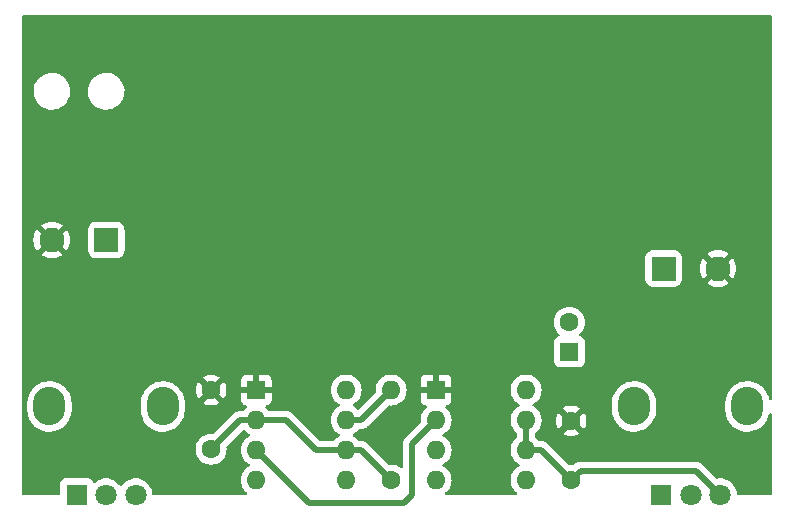
<source format=gbr>
%TF.GenerationSoftware,KiCad,Pcbnew,7.0.11+1*%
%TF.CreationDate,2024-03-28T05:47:42+08:00*%
%TF.ProjectId,ohmify-synthcard,6f686d69-6679-42d7-9379-6e7468636172,v1.1*%
%TF.SameCoordinates,Original*%
%TF.FileFunction,Copper,L2,Bot*%
%TF.FilePolarity,Positive*%
%FSLAX46Y46*%
G04 Gerber Fmt 4.6, Leading zero omitted, Abs format (unit mm)*
G04 Created by KiCad (PCBNEW 7.0.11+1) date 2024-03-28 05:47:42*
%MOMM*%
%LPD*%
G01*
G04 APERTURE LIST*
G04 Aperture macros list*
%AMRoundRect*
0 Rectangle with rounded corners*
0 $1 Rounding radius*
0 $2 $3 $4 $5 $6 $7 $8 $9 X,Y pos of 4 corners*
0 Add a 4 corners polygon primitive as box body*
4,1,4,$2,$3,$4,$5,$6,$7,$8,$9,$2,$3,0*
0 Add four circle primitives for the rounded corners*
1,1,$1+$1,$2,$3*
1,1,$1+$1,$4,$5*
1,1,$1+$1,$6,$7*
1,1,$1+$1,$8,$9*
0 Add four rect primitives between the rounded corners*
20,1,$1+$1,$2,$3,$4,$5,0*
20,1,$1+$1,$4,$5,$6,$7,0*
20,1,$1+$1,$6,$7,$8,$9,0*
20,1,$1+$1,$8,$9,$2,$3,0*%
G04 Aperture macros list end*
%TA.AperFunction,ComponentPad*%
%ADD10C,1.600000*%
%TD*%
%TA.AperFunction,ComponentPad*%
%ADD11O,1.600000X1.600000*%
%TD*%
%TA.AperFunction,ComponentPad*%
%ADD12R,1.600000X1.600000*%
%TD*%
%TA.AperFunction,ComponentPad*%
%ADD13O,2.720000X3.240000*%
%TD*%
%TA.AperFunction,ComponentPad*%
%ADD14R,1.800000X1.800000*%
%TD*%
%TA.AperFunction,ComponentPad*%
%ADD15C,1.800000*%
%TD*%
%TA.AperFunction,ComponentPad*%
%ADD16RoundRect,0.250001X-0.799999X-0.799999X0.799999X-0.799999X0.799999X0.799999X-0.799999X0.799999X0*%
%TD*%
%TA.AperFunction,ComponentPad*%
%ADD17C,2.100000*%
%TD*%
%TA.AperFunction,ComponentPad*%
%ADD18RoundRect,0.250001X0.799999X0.799999X-0.799999X0.799999X-0.799999X-0.799999X0.799999X-0.799999X0*%
%TD*%
%TA.AperFunction,Conductor*%
%ADD19C,0.500000*%
%TD*%
G04 APERTURE END LIST*
D10*
%TO.P,R1,1*%
%TO.N,Net-(U1-THR)*%
X135400000Y-120650000D03*
D11*
%TO.P,R1,2*%
%TO.N,Net-(U1-DIS)*%
X135400000Y-113030000D03*
%TD*%
D10*
%TO.P,C2,1*%
%TO.N,Net-(U2-DIS)*%
X150640000Y-120650000D03*
%TO.P,C2,2*%
%TO.N,GND*%
X150640000Y-115650000D03*
%TD*%
D12*
%TO.P,C3,1*%
%TO.N,Net-(U2-Q)*%
X150495000Y-109790113D03*
D10*
%TO.P,C3,2*%
%TO.N,Net-(C3-Pad2)*%
X150495000Y-107290113D03*
%TD*%
%TO.P,C1,1*%
%TO.N,Net-(U1-THR)*%
X120160000Y-118030000D03*
%TO.P,C1,2*%
%TO.N,GND*%
X120160000Y-113030000D03*
%TD*%
D13*
%TO.P,RV1,*%
%TO.N,*%
X106480000Y-114420000D03*
X116080000Y-114420000D03*
D14*
%TO.P,RV1,1,1*%
%TO.N,+9V*%
X108780000Y-121920000D03*
D15*
%TO.P,RV1,2,2*%
X111280000Y-121920000D03*
%TO.P,RV1,3,3*%
%TO.N,Net-(U1-DIS)*%
X113780000Y-121920000D03*
%TD*%
D12*
%TO.P,U1,1,GND*%
%TO.N,GND*%
X123980000Y-113030000D03*
D11*
%TO.P,U1,2,TR*%
%TO.N,Net-(U1-THR)*%
X123980000Y-115570000D03*
%TO.P,U1,3,Q*%
%TO.N,Net-(U1-Q)*%
X123980000Y-118110000D03*
%TO.P,U1,4,R*%
%TO.N,+9V*%
X123980000Y-120650000D03*
%TO.P,U1,5,CV*%
%TO.N,unconnected-(U1-CV-Pad5)*%
X131600000Y-120650000D03*
%TO.P,U1,6,THR*%
%TO.N,Net-(U1-THR)*%
X131600000Y-118110000D03*
%TO.P,U1,7,DIS*%
%TO.N,Net-(U1-DIS)*%
X131600000Y-115570000D03*
%TO.P,U1,8,VCC*%
%TO.N,+9V*%
X131600000Y-113030000D03*
%TD*%
D16*
%TO.P,LS1,1,1*%
%TO.N,Net-(C3-Pad2)*%
X158482000Y-102743000D03*
D17*
%TO.P,LS1,2,2*%
%TO.N,GND*%
X163082000Y-102743000D03*
%TD*%
D18*
%TO.P,BT1,1,+*%
%TO.N,+9V*%
X111280000Y-100330000D03*
D17*
%TO.P,BT1,2,-*%
%TO.N,GND*%
X106680000Y-100330000D03*
%TD*%
D11*
%TO.P,U2,8,VCC*%
%TO.N,+9V*%
X146830000Y-113030000D03*
%TO.P,U2,7,DIS*%
%TO.N,Net-(U2-DIS)*%
X146830000Y-115570000D03*
%TO.P,U2,6,THR*%
X146830000Y-118110000D03*
%TO.P,U2,5,CV*%
%TO.N,unconnected-(U2-CV-Pad5)*%
X146830000Y-120650000D03*
%TO.P,U2,4,R*%
%TO.N,+9V*%
X139210000Y-120650000D03*
%TO.P,U2,3,Q*%
%TO.N,Net-(U2-Q)*%
X139210000Y-118110000D03*
%TO.P,U2,2,TR*%
%TO.N,Net-(U1-Q)*%
X139210000Y-115570000D03*
D12*
%TO.P,U2,1,GND*%
%TO.N,GND*%
X139210000Y-113030000D03*
%TD*%
D13*
%TO.P,RV2,*%
%TO.N,*%
X155970000Y-114420000D03*
X165570000Y-114420000D03*
D14*
%TO.P,RV2,1,1*%
%TO.N,+9V*%
X158270000Y-121920000D03*
D15*
%TO.P,RV2,2,2*%
X160770000Y-121920000D03*
%TO.P,RV2,3,3*%
%TO.N,Net-(U2-DIS)*%
X163270000Y-121920000D03*
%TD*%
D19*
%TO.N,Net-(U2-DIS)*%
X146830000Y-118110000D02*
X148100000Y-118110000D01*
X150640000Y-120650000D02*
X151439999Y-119850001D01*
X161200001Y-119850001D02*
X163270000Y-121920000D01*
X151439999Y-119850001D02*
X161200001Y-119850001D01*
X148100000Y-118110000D02*
X150640000Y-120650000D01*
X146830000Y-115570000D02*
X146830000Y-118110000D01*
%TO.N,Net-(U1-THR)*%
X129032000Y-118110000D02*
X131600000Y-118110000D01*
X122620000Y-115570000D02*
X120160000Y-118030000D01*
X123980000Y-115570000D02*
X126492000Y-115570000D01*
X131600000Y-118110000D02*
X132860000Y-118110000D01*
X132860000Y-118110000D02*
X135400000Y-120650000D01*
X123980000Y-115570000D02*
X122620000Y-115570000D01*
X126492000Y-115570000D02*
X129032000Y-118110000D01*
%TO.N,Net-(U1-DIS)*%
X132860000Y-115570000D02*
X135400000Y-113030000D01*
X131600000Y-115570000D02*
X132860000Y-115570000D01*
%TO.N,Net-(U1-Q)*%
X128425000Y-122555000D02*
X123980000Y-118110000D01*
X137160000Y-117620000D02*
X137160000Y-121920000D01*
X136525000Y-122555000D02*
X128425000Y-122555000D01*
X139210000Y-115570000D02*
X137160000Y-117620000D01*
X137160000Y-121920000D02*
X136525000Y-122555000D01*
%TD*%
%TA.AperFunction,Conductor*%
%TO.N,GND*%
G36*
X167583039Y-81299685D02*
G01*
X167628794Y-81352489D01*
X167640000Y-81404000D01*
X167640000Y-113732016D01*
X167620315Y-113799055D01*
X167567511Y-113844810D01*
X167498353Y-113854754D01*
X167434797Y-113825729D01*
X167397023Y-113766951D01*
X167394967Y-113758977D01*
X167364065Y-113620253D01*
X167364063Y-113620249D01*
X167364063Y-113620247D01*
X167266355Y-113364781D01*
X167132493Y-113126264D01*
X167058160Y-113030000D01*
X166965330Y-112909781D01*
X166965321Y-112909771D01*
X166768429Y-112719944D01*
X166768427Y-112719942D01*
X166707633Y-112676447D01*
X166545981Y-112560795D01*
X166538200Y-112556794D01*
X166302749Y-112435739D01*
X166302727Y-112435730D01*
X166043883Y-112347424D01*
X166043870Y-112347421D01*
X166043865Y-112347420D01*
X165774903Y-112297740D01*
X165501577Y-112287751D01*
X165229703Y-112317666D01*
X164965084Y-112386846D01*
X164713364Y-112493814D01*
X164479892Y-112636300D01*
X164479882Y-112636307D01*
X164269654Y-112811260D01*
X164269648Y-112811266D01*
X164087133Y-113014966D01*
X163936217Y-113243077D01*
X163820121Y-113490732D01*
X163820119Y-113490739D01*
X163741326Y-113752633D01*
X163741323Y-113752647D01*
X163723420Y-113874300D01*
X163701500Y-114023243D01*
X163701500Y-114023247D01*
X163701500Y-114748306D01*
X163716467Y-114952782D01*
X163716469Y-114952795D01*
X163775934Y-115219746D01*
X163775937Y-115219753D01*
X163849448Y-115411955D01*
X163873646Y-115475221D01*
X164007506Y-115713734D01*
X164007509Y-115713739D01*
X164174669Y-115930218D01*
X164174678Y-115930228D01*
X164283521Y-116035165D01*
X164371574Y-116120059D01*
X164594019Y-116279205D01*
X164659902Y-116313078D01*
X164837250Y-116404260D01*
X164837261Y-116404264D01*
X164837266Y-116404267D01*
X164837272Y-116404269D01*
X165096116Y-116492575D01*
X165096122Y-116492576D01*
X165096130Y-116492579D01*
X165365093Y-116542259D01*
X165529091Y-116548252D01*
X165638422Y-116552248D01*
X165638422Y-116552247D01*
X165638424Y-116552248D01*
X165910296Y-116522334D01*
X166174916Y-116453153D01*
X166289971Y-116404260D01*
X166426635Y-116346185D01*
X166426638Y-116346183D01*
X166426643Y-116346181D01*
X166660112Y-116203697D01*
X166870347Y-116028738D01*
X167052867Y-115825033D01*
X167203783Y-115596923D01*
X167319877Y-115349271D01*
X167327974Y-115322359D01*
X167397258Y-115092070D01*
X167435421Y-115033544D01*
X167499169Y-115004942D01*
X167568259Y-115015344D01*
X167620758Y-115061449D01*
X167640000Y-115127794D01*
X167640000Y-121796000D01*
X167620315Y-121863039D01*
X167567511Y-121908794D01*
X167516000Y-121920000D01*
X164797477Y-121920000D01*
X164730438Y-121900315D01*
X164684683Y-121847511D01*
X164673901Y-121806240D01*
X164666323Y-121714797D01*
X164664051Y-121687374D01*
X164606749Y-121461093D01*
X164512984Y-121247331D01*
X164432706Y-121124456D01*
X164385313Y-121051915D01*
X164227223Y-120880185D01*
X164227222Y-120880184D01*
X164227220Y-120880182D01*
X164043017Y-120736810D01*
X164043015Y-120736809D01*
X164043014Y-120736808D01*
X164043011Y-120736806D01*
X163837733Y-120625716D01*
X163837730Y-120625715D01*
X163837727Y-120625713D01*
X163837721Y-120625711D01*
X163837719Y-120625710D01*
X163616954Y-120549920D01*
X163425730Y-120518011D01*
X163386712Y-120511500D01*
X163153288Y-120511500D01*
X163153287Y-120511500D01*
X163028469Y-120532327D01*
X162959104Y-120523945D01*
X162920380Y-120497699D01*
X161781805Y-119359124D01*
X161770023Y-119345491D01*
X161755473Y-119325947D01*
X161755472Y-119325946D01*
X161755470Y-119325943D01*
X161750155Y-119321483D01*
X161717060Y-119293712D01*
X161709086Y-119286405D01*
X161705103Y-119282422D01*
X161705097Y-119282417D01*
X161680513Y-119262977D01*
X161677720Y-119260702D01*
X161619643Y-119211971D01*
X161619641Y-119211969D01*
X161619636Y-119211966D01*
X161613606Y-119208000D01*
X161613631Y-119207960D01*
X161607070Y-119203780D01*
X161607046Y-119203821D01*
X161600908Y-119200035D01*
X161600907Y-119200034D01*
X161600904Y-119200033D01*
X161600900Y-119200030D01*
X161532161Y-119167975D01*
X161528917Y-119166405D01*
X161461186Y-119132390D01*
X161454402Y-119129921D01*
X161454417Y-119129877D01*
X161447072Y-119127323D01*
X161447058Y-119127368D01*
X161440206Y-119125097D01*
X161365927Y-119109759D01*
X161362409Y-119108979D01*
X161288654Y-119091500D01*
X161281483Y-119090662D01*
X161281488Y-119090613D01*
X161273758Y-119089823D01*
X161273754Y-119089871D01*
X161266563Y-119089241D01*
X161190708Y-119091449D01*
X161187102Y-119091501D01*
X151504293Y-119091501D01*
X151486323Y-119090192D01*
X151462205Y-119086659D01*
X151415410Y-119090754D01*
X151412271Y-119091029D01*
X151401465Y-119091501D01*
X151395815Y-119091501D01*
X151364677Y-119095140D01*
X151361094Y-119095506D01*
X151285575Y-119102113D01*
X151278502Y-119103574D01*
X151278492Y-119103527D01*
X151270904Y-119105210D01*
X151270915Y-119105256D01*
X151263889Y-119106921D01*
X151192660Y-119132845D01*
X151189259Y-119134027D01*
X151117259Y-119157887D01*
X151110712Y-119160940D01*
X151110692Y-119160897D01*
X151103700Y-119164281D01*
X151103722Y-119164324D01*
X151097272Y-119167563D01*
X151097267Y-119167565D01*
X151097267Y-119167566D01*
X151035850Y-119207960D01*
X151033907Y-119209238D01*
X151030867Y-119211174D01*
X150966350Y-119250969D01*
X150960685Y-119255449D01*
X150960655Y-119255411D01*
X150954626Y-119260323D01*
X150954656Y-119260358D01*
X150949125Y-119264998D01*
X150904433Y-119312368D01*
X150844109Y-119347621D01*
X150803434Y-119350800D01*
X150640002Y-119336502D01*
X150639997Y-119336502D01*
X150476156Y-119350835D01*
X150407657Y-119337068D01*
X150377669Y-119314988D01*
X148681804Y-117619123D01*
X148670022Y-117605490D01*
X148655472Y-117585946D01*
X148655471Y-117585945D01*
X148655469Y-117585942D01*
X148649290Y-117580757D01*
X148617059Y-117553711D01*
X148609085Y-117546404D01*
X148605102Y-117542421D01*
X148605096Y-117542416D01*
X148580512Y-117522976D01*
X148577719Y-117520701D01*
X148519642Y-117471970D01*
X148519640Y-117471968D01*
X148519635Y-117471965D01*
X148513605Y-117467999D01*
X148513630Y-117467959D01*
X148507069Y-117463779D01*
X148507045Y-117463820D01*
X148500907Y-117460034D01*
X148500906Y-117460033D01*
X148500903Y-117460032D01*
X148500899Y-117460029D01*
X148432160Y-117427974D01*
X148428916Y-117426404D01*
X148361185Y-117392389D01*
X148354401Y-117389920D01*
X148354416Y-117389876D01*
X148347071Y-117387322D01*
X148347057Y-117387367D01*
X148340205Y-117385096D01*
X148265926Y-117369758D01*
X148262408Y-117368978D01*
X148188653Y-117351499D01*
X148181482Y-117350661D01*
X148181487Y-117350612D01*
X148173757Y-117349822D01*
X148173753Y-117349870D01*
X148166562Y-117349240D01*
X148090707Y-117351448D01*
X148087101Y-117351500D01*
X147960826Y-117351500D01*
X147893787Y-117331815D01*
X147859252Y-117298625D01*
X147836198Y-117265700D01*
X147674300Y-117103802D01*
X147641374Y-117080747D01*
X147597751Y-117026171D01*
X147588500Y-116979174D01*
X147588500Y-116700825D01*
X147608185Y-116633786D01*
X147641375Y-116599251D01*
X147674300Y-116576198D01*
X147836198Y-116414300D01*
X147967523Y-116226749D01*
X148064284Y-116019243D01*
X148123543Y-115798087D01*
X148136499Y-115650002D01*
X149335034Y-115650002D01*
X149354858Y-115876599D01*
X149354860Y-115876610D01*
X149413730Y-116096317D01*
X149413735Y-116096331D01*
X149509863Y-116302478D01*
X149560974Y-116375472D01*
X150242046Y-115694400D01*
X150254835Y-115775148D01*
X150312359Y-115888045D01*
X150401955Y-115977641D01*
X150514852Y-116035165D01*
X150595599Y-116047953D01*
X149914526Y-116729025D01*
X149987513Y-116780132D01*
X149987521Y-116780136D01*
X150193668Y-116876264D01*
X150193682Y-116876269D01*
X150413389Y-116935139D01*
X150413400Y-116935141D01*
X150639998Y-116954966D01*
X150640002Y-116954966D01*
X150866599Y-116935141D01*
X150866610Y-116935139D01*
X151086317Y-116876269D01*
X151086331Y-116876264D01*
X151292478Y-116780136D01*
X151365471Y-116729024D01*
X150684400Y-116047953D01*
X150765148Y-116035165D01*
X150878045Y-115977641D01*
X150967641Y-115888045D01*
X151025165Y-115775148D01*
X151037953Y-115694400D01*
X151719024Y-116375471D01*
X151770136Y-116302478D01*
X151866264Y-116096331D01*
X151866269Y-116096317D01*
X151925139Y-115876610D01*
X151925141Y-115876599D01*
X151944966Y-115650002D01*
X151944966Y-115649997D01*
X151925141Y-115423400D01*
X151925139Y-115423389D01*
X151866269Y-115203682D01*
X151866264Y-115203668D01*
X151770136Y-114997521D01*
X151770132Y-114997513D01*
X151719025Y-114924526D01*
X151037953Y-115605598D01*
X151025165Y-115524852D01*
X150967641Y-115411955D01*
X150878045Y-115322359D01*
X150765148Y-115264835D01*
X150684401Y-115252046D01*
X151188140Y-114748306D01*
X154101500Y-114748306D01*
X154116467Y-114952782D01*
X154116469Y-114952795D01*
X154175934Y-115219746D01*
X154175937Y-115219753D01*
X154249448Y-115411955D01*
X154273646Y-115475221D01*
X154407506Y-115713734D01*
X154407509Y-115713739D01*
X154574669Y-115930218D01*
X154574678Y-115930228D01*
X154683521Y-116035165D01*
X154771574Y-116120059D01*
X154994019Y-116279205D01*
X155059902Y-116313078D01*
X155237250Y-116404260D01*
X155237261Y-116404264D01*
X155237266Y-116404267D01*
X155237272Y-116404269D01*
X155496116Y-116492575D01*
X155496122Y-116492576D01*
X155496130Y-116492579D01*
X155765093Y-116542259D01*
X155929091Y-116548252D01*
X156038422Y-116552248D01*
X156038422Y-116552247D01*
X156038424Y-116552248D01*
X156310296Y-116522334D01*
X156574916Y-116453153D01*
X156689971Y-116404260D01*
X156826635Y-116346185D01*
X156826638Y-116346183D01*
X156826643Y-116346181D01*
X157060112Y-116203697D01*
X157270347Y-116028738D01*
X157452867Y-115825033D01*
X157603783Y-115596923D01*
X157719877Y-115349271D01*
X157788629Y-115120750D01*
X157798673Y-115087366D01*
X157798673Y-115087362D01*
X157798676Y-115087355D01*
X157838500Y-114816757D01*
X157838500Y-114091712D01*
X157823533Y-113887217D01*
X157796743Y-113766951D01*
X157764065Y-113620253D01*
X157764063Y-113620249D01*
X157764063Y-113620247D01*
X157666355Y-113364781D01*
X157532493Y-113126264D01*
X157458160Y-113030000D01*
X157365330Y-112909781D01*
X157365321Y-112909771D01*
X157168429Y-112719944D01*
X157168427Y-112719942D01*
X157107633Y-112676447D01*
X156945981Y-112560795D01*
X156938200Y-112556794D01*
X156702749Y-112435739D01*
X156702727Y-112435730D01*
X156443883Y-112347424D01*
X156443870Y-112347421D01*
X156443865Y-112347420D01*
X156174903Y-112297740D01*
X155901577Y-112287751D01*
X155629703Y-112317666D01*
X155365084Y-112386846D01*
X155113364Y-112493814D01*
X154879892Y-112636300D01*
X154879882Y-112636307D01*
X154669654Y-112811260D01*
X154669648Y-112811266D01*
X154487133Y-113014966D01*
X154336217Y-113243077D01*
X154220121Y-113490732D01*
X154220119Y-113490739D01*
X154141326Y-113752633D01*
X154141323Y-113752647D01*
X154123420Y-113874300D01*
X154101500Y-114023243D01*
X154101500Y-114023247D01*
X154101500Y-114748306D01*
X151188140Y-114748306D01*
X151365472Y-114570974D01*
X151292478Y-114519863D01*
X151086331Y-114423735D01*
X151086317Y-114423730D01*
X150866610Y-114364860D01*
X150866599Y-114364858D01*
X150640002Y-114345034D01*
X150639998Y-114345034D01*
X150413400Y-114364858D01*
X150413389Y-114364860D01*
X150193682Y-114423730D01*
X150193673Y-114423734D01*
X149987516Y-114519866D01*
X149987512Y-114519868D01*
X149914526Y-114570973D01*
X149914526Y-114570974D01*
X150595599Y-115252046D01*
X150514852Y-115264835D01*
X150401955Y-115322359D01*
X150312359Y-115411955D01*
X150254835Y-115524852D01*
X150242046Y-115605598D01*
X149560974Y-114924526D01*
X149560973Y-114924526D01*
X149509868Y-114997512D01*
X149509866Y-114997516D01*
X149413734Y-115203673D01*
X149413730Y-115203682D01*
X149354860Y-115423389D01*
X149354858Y-115423400D01*
X149335034Y-115649997D01*
X149335034Y-115650002D01*
X148136499Y-115650002D01*
X148143498Y-115570000D01*
X148123543Y-115341913D01*
X148064284Y-115120757D01*
X148048708Y-115087355D01*
X148000979Y-114984999D01*
X147967523Y-114913251D01*
X147836198Y-114725700D01*
X147674300Y-114563802D01*
X147486749Y-114432477D01*
X147467999Y-114423734D01*
X147443655Y-114412382D01*
X147391215Y-114366210D01*
X147372063Y-114299017D01*
X147392278Y-114232136D01*
X147443655Y-114187618D01*
X147446882Y-114186112D01*
X147486749Y-114167523D01*
X147674300Y-114036198D01*
X147836198Y-113874300D01*
X147967523Y-113686749D01*
X148064284Y-113479243D01*
X148123543Y-113258087D01*
X148143498Y-113030000D01*
X148123543Y-112801913D01*
X148064284Y-112580757D01*
X147967523Y-112373251D01*
X147836198Y-112185700D01*
X147674300Y-112023802D01*
X147486749Y-111892477D01*
X147486745Y-111892475D01*
X147279249Y-111795718D01*
X147279238Y-111795714D01*
X147058089Y-111736457D01*
X147058081Y-111736456D01*
X146830002Y-111716502D01*
X146829998Y-111716502D01*
X146601918Y-111736456D01*
X146601910Y-111736457D01*
X146380761Y-111795714D01*
X146380750Y-111795718D01*
X146173254Y-111892475D01*
X146173252Y-111892476D01*
X146102856Y-111941767D01*
X145985700Y-112023802D01*
X145985698Y-112023803D01*
X145985695Y-112023806D01*
X145823806Y-112185695D01*
X145692476Y-112373252D01*
X145692475Y-112373254D01*
X145595718Y-112580750D01*
X145595714Y-112580761D01*
X145536457Y-112801910D01*
X145536456Y-112801918D01*
X145516502Y-113029998D01*
X145516502Y-113030001D01*
X145536456Y-113258081D01*
X145536457Y-113258089D01*
X145595714Y-113479238D01*
X145595718Y-113479249D01*
X145690485Y-113682478D01*
X145692477Y-113686749D01*
X145823802Y-113874300D01*
X145985700Y-114036198D01*
X146162696Y-114160132D01*
X146173251Y-114167523D01*
X146216345Y-114187618D01*
X146268784Y-114233791D01*
X146287936Y-114300984D01*
X146267720Y-114367865D01*
X146216345Y-114412382D01*
X146173251Y-114432476D01*
X146105268Y-114480079D01*
X145985700Y-114563802D01*
X145985698Y-114563803D01*
X145985695Y-114563806D01*
X145823806Y-114725695D01*
X145823803Y-114725698D01*
X145823802Y-114725700D01*
X145763725Y-114811499D01*
X145692476Y-114913252D01*
X145692475Y-114913254D01*
X145595718Y-115120750D01*
X145595714Y-115120761D01*
X145536457Y-115341910D01*
X145536456Y-115341918D01*
X145516502Y-115569998D01*
X145516502Y-115570001D01*
X145536456Y-115798081D01*
X145536457Y-115798089D01*
X145595714Y-116019238D01*
X145595718Y-116019249D01*
X145684119Y-116208825D01*
X145692477Y-116226749D01*
X145823802Y-116414300D01*
X145823805Y-116414303D01*
X145823806Y-116414304D01*
X145985695Y-116576194D01*
X145985698Y-116576196D01*
X145985700Y-116576198D01*
X146018623Y-116599250D01*
X146062247Y-116653824D01*
X146071500Y-116700825D01*
X146071500Y-116979174D01*
X146051815Y-117046213D01*
X146018626Y-117080746D01*
X145986934Y-117102938D01*
X145985696Y-117103805D01*
X145823806Y-117265695D01*
X145823803Y-117265698D01*
X145823802Y-117265700D01*
X145758604Y-117358812D01*
X145692476Y-117453252D01*
X145692475Y-117453254D01*
X145595718Y-117660750D01*
X145595714Y-117660761D01*
X145536457Y-117881910D01*
X145536456Y-117881918D01*
X145516502Y-118109998D01*
X145516502Y-118110001D01*
X145536456Y-118338081D01*
X145536457Y-118338089D01*
X145595714Y-118559238D01*
X145595718Y-118559249D01*
X145692475Y-118766745D01*
X145692477Y-118766749D01*
X145823802Y-118954300D01*
X145985700Y-119116198D01*
X146122475Y-119211969D01*
X146173251Y-119247523D01*
X146216345Y-119267618D01*
X146268784Y-119313791D01*
X146287936Y-119380984D01*
X146267720Y-119447865D01*
X146216345Y-119492382D01*
X146173251Y-119512476D01*
X146072945Y-119582712D01*
X145985700Y-119643802D01*
X145985698Y-119643803D01*
X145985695Y-119643806D01*
X145823806Y-119805695D01*
X145823803Y-119805698D01*
X145823802Y-119805700D01*
X145764074Y-119891000D01*
X145692476Y-119993252D01*
X145692475Y-119993254D01*
X145595718Y-120200750D01*
X145595714Y-120200761D01*
X145536457Y-120421910D01*
X145536456Y-120421918D01*
X145516502Y-120649998D01*
X145516502Y-120650001D01*
X145536456Y-120878081D01*
X145536457Y-120878089D01*
X145595714Y-121099238D01*
X145595718Y-121099249D01*
X145664770Y-121247331D01*
X145692477Y-121306749D01*
X145823802Y-121494300D01*
X145823806Y-121494304D01*
X145985699Y-121656197D01*
X146040295Y-121694426D01*
X146083920Y-121749003D01*
X146091112Y-121818501D01*
X146059590Y-121880856D01*
X145999360Y-121916269D01*
X145969171Y-121920000D01*
X140070829Y-121920000D01*
X140003790Y-121900315D01*
X139958035Y-121847511D01*
X139948091Y-121778353D01*
X139977116Y-121714797D01*
X139999705Y-121694426D01*
X140009776Y-121687374D01*
X140054300Y-121656198D01*
X140216198Y-121494300D01*
X140347523Y-121306749D01*
X140444284Y-121099243D01*
X140503543Y-120878087D01*
X140523498Y-120650000D01*
X140521373Y-120625716D01*
X140513203Y-120532327D01*
X140503543Y-120421913D01*
X140444284Y-120200757D01*
X140347523Y-119993251D01*
X140216198Y-119805700D01*
X140054300Y-119643802D01*
X139866749Y-119512477D01*
X139823655Y-119492382D01*
X139771215Y-119446210D01*
X139752063Y-119379017D01*
X139772278Y-119312136D01*
X139823655Y-119267618D01*
X139829273Y-119264998D01*
X139866749Y-119247523D01*
X140054300Y-119116198D01*
X140216198Y-118954300D01*
X140347523Y-118766749D01*
X140444284Y-118559243D01*
X140503543Y-118338087D01*
X140523498Y-118110000D01*
X140503543Y-117881913D01*
X140444284Y-117660757D01*
X140406981Y-117580761D01*
X140394368Y-117553711D01*
X140347523Y-117453251D01*
X140216198Y-117265700D01*
X140054300Y-117103802D01*
X139866749Y-116972477D01*
X139823655Y-116952382D01*
X139771215Y-116906210D01*
X139752063Y-116839017D01*
X139772278Y-116772136D01*
X139823655Y-116727618D01*
X139826882Y-116726112D01*
X139866749Y-116707523D01*
X140054300Y-116576198D01*
X140216198Y-116414300D01*
X140347523Y-116226749D01*
X140444284Y-116019243D01*
X140503543Y-115798087D01*
X140523498Y-115570000D01*
X140503543Y-115341913D01*
X140444284Y-115120757D01*
X140428708Y-115087355D01*
X140380979Y-114984999D01*
X140347523Y-114913251D01*
X140216198Y-114725700D01*
X140054300Y-114563802D01*
X140035998Y-114550986D01*
X139992375Y-114496410D01*
X139985183Y-114426912D01*
X140016706Y-114364558D01*
X140076937Y-114329145D01*
X140093871Y-114326124D01*
X140117379Y-114323596D01*
X140252086Y-114273354D01*
X140252093Y-114273350D01*
X140367187Y-114187190D01*
X140367190Y-114187187D01*
X140453350Y-114072093D01*
X140453354Y-114072086D01*
X140503596Y-113937379D01*
X140503598Y-113937372D01*
X140509999Y-113877844D01*
X140510000Y-113877827D01*
X140510000Y-113280000D01*
X139525686Y-113280000D01*
X139537641Y-113268045D01*
X139595165Y-113155148D01*
X139614986Y-113030000D01*
X139595165Y-112904852D01*
X139537641Y-112791955D01*
X139525686Y-112780000D01*
X140510000Y-112780000D01*
X140510000Y-112182172D01*
X140509999Y-112182155D01*
X140503598Y-112122627D01*
X140503596Y-112122620D01*
X140453354Y-111987913D01*
X140453350Y-111987906D01*
X140367190Y-111872812D01*
X140367187Y-111872809D01*
X140252093Y-111786649D01*
X140252086Y-111786645D01*
X140117379Y-111736403D01*
X140117372Y-111736401D01*
X140057844Y-111730000D01*
X139460000Y-111730000D01*
X139460000Y-112714314D01*
X139448045Y-112702359D01*
X139335148Y-112644835D01*
X139241481Y-112630000D01*
X139178519Y-112630000D01*
X139084852Y-112644835D01*
X138971955Y-112702359D01*
X138960000Y-112714314D01*
X138960000Y-111730000D01*
X138362155Y-111730000D01*
X138302627Y-111736401D01*
X138302620Y-111736403D01*
X138167913Y-111786645D01*
X138167906Y-111786649D01*
X138052812Y-111872809D01*
X138052809Y-111872812D01*
X137966649Y-111987906D01*
X137966645Y-111987913D01*
X137916403Y-112122620D01*
X137916401Y-112122627D01*
X137910000Y-112182155D01*
X137910000Y-112780000D01*
X138894314Y-112780000D01*
X138882359Y-112791955D01*
X138824835Y-112904852D01*
X138805014Y-113030000D01*
X138824835Y-113155148D01*
X138882359Y-113268045D01*
X138894314Y-113280000D01*
X137910000Y-113280000D01*
X137910000Y-113877844D01*
X137916401Y-113937372D01*
X137916403Y-113937379D01*
X137966645Y-114072086D01*
X137966649Y-114072093D01*
X138052809Y-114187187D01*
X138052812Y-114187190D01*
X138167906Y-114273350D01*
X138167913Y-114273354D01*
X138302620Y-114323596D01*
X138302619Y-114323596D01*
X138326129Y-114326124D01*
X138390680Y-114352862D01*
X138430529Y-114410254D01*
X138433023Y-114480079D01*
X138397372Y-114540168D01*
X138384002Y-114550986D01*
X138365699Y-114563802D01*
X138203806Y-114725695D01*
X138203803Y-114725698D01*
X138203802Y-114725700D01*
X138143725Y-114811499D01*
X138072476Y-114913252D01*
X138072475Y-114913254D01*
X137975718Y-115120750D01*
X137975714Y-115120761D01*
X137916457Y-115341910D01*
X137916456Y-115341918D01*
X137896502Y-115569998D01*
X137896502Y-115570002D01*
X137910835Y-115733841D01*
X137897068Y-115802341D01*
X137874988Y-115832329D01*
X136669122Y-117038195D01*
X136655495Y-117049973D01*
X136635941Y-117064531D01*
X136603713Y-117102938D01*
X136596421Y-117110897D01*
X136592420Y-117114898D01*
X136572983Y-117139479D01*
X136570710Y-117142269D01*
X136521967Y-117200360D01*
X136518001Y-117206391D01*
X136517963Y-117206366D01*
X136513782Y-117212928D01*
X136513821Y-117212952D01*
X136510035Y-117219088D01*
X136491168Y-117259547D01*
X136477967Y-117287855D01*
X136476412Y-117291068D01*
X136442391Y-117358810D01*
X136439923Y-117365593D01*
X136439878Y-117365576D01*
X136437322Y-117372932D01*
X136437366Y-117372947D01*
X136435096Y-117379794D01*
X136419758Y-117454073D01*
X136418978Y-117457589D01*
X136401499Y-117531344D01*
X136400661Y-117538519D01*
X136400613Y-117538513D01*
X136399823Y-117546244D01*
X136399870Y-117546249D01*
X136399240Y-117553438D01*
X136401448Y-117629290D01*
X136401500Y-117632897D01*
X136401500Y-119515673D01*
X136381815Y-119582712D01*
X136329011Y-119628467D01*
X136259853Y-119638411D01*
X136206378Y-119617248D01*
X136056749Y-119512477D01*
X136013655Y-119492382D01*
X135849249Y-119415718D01*
X135849238Y-119415714D01*
X135628089Y-119356457D01*
X135628081Y-119356456D01*
X135400002Y-119336502D01*
X135399997Y-119336502D01*
X135236156Y-119350835D01*
X135167657Y-119337068D01*
X135137669Y-119314988D01*
X133441804Y-117619123D01*
X133430022Y-117605490D01*
X133415472Y-117585946D01*
X133415471Y-117585945D01*
X133415469Y-117585942D01*
X133409290Y-117580757D01*
X133377059Y-117553711D01*
X133369085Y-117546404D01*
X133365102Y-117542421D01*
X133365096Y-117542416D01*
X133340512Y-117522976D01*
X133337719Y-117520701D01*
X133279642Y-117471970D01*
X133279640Y-117471968D01*
X133279635Y-117471965D01*
X133273605Y-117467999D01*
X133273630Y-117467959D01*
X133267069Y-117463779D01*
X133267045Y-117463820D01*
X133260907Y-117460034D01*
X133260906Y-117460033D01*
X133260903Y-117460032D01*
X133260899Y-117460029D01*
X133192160Y-117427974D01*
X133188916Y-117426404D01*
X133121185Y-117392389D01*
X133114401Y-117389920D01*
X133114416Y-117389876D01*
X133107071Y-117387322D01*
X133107057Y-117387367D01*
X133100205Y-117385096D01*
X133025926Y-117369758D01*
X133022408Y-117368978D01*
X132948653Y-117351499D01*
X132941482Y-117350661D01*
X132941487Y-117350612D01*
X132933757Y-117349822D01*
X132933753Y-117349870D01*
X132926562Y-117349240D01*
X132850707Y-117351448D01*
X132847101Y-117351500D01*
X132730826Y-117351500D01*
X132663787Y-117331815D01*
X132629252Y-117298625D01*
X132606198Y-117265700D01*
X132444300Y-117103802D01*
X132256749Y-116972477D01*
X132213655Y-116952382D01*
X132161215Y-116906210D01*
X132142063Y-116839017D01*
X132162278Y-116772136D01*
X132213655Y-116727618D01*
X132216882Y-116726112D01*
X132256749Y-116707523D01*
X132444300Y-116576198D01*
X132606198Y-116414300D01*
X132629252Y-116381374D01*
X132683829Y-116337751D01*
X132730826Y-116328500D01*
X132795706Y-116328500D01*
X132813676Y-116329809D01*
X132816174Y-116330174D01*
X132837789Y-116333341D01*
X132887727Y-116328971D01*
X132898534Y-116328500D01*
X132904175Y-116328500D01*
X132904180Y-116328500D01*
X132935370Y-116324853D01*
X132938851Y-116324498D01*
X132989822Y-116320039D01*
X133014418Y-116317888D01*
X133014420Y-116317887D01*
X133014426Y-116317887D01*
X133014431Y-116317885D01*
X133021493Y-116316427D01*
X133021502Y-116316474D01*
X133029097Y-116314790D01*
X133029087Y-116314744D01*
X133036108Y-116313079D01*
X133036113Y-116313079D01*
X133107414Y-116287126D01*
X133110708Y-116285981D01*
X133182738Y-116262114D01*
X133182744Y-116262110D01*
X133189284Y-116259061D01*
X133189305Y-116259106D01*
X133196302Y-116255719D01*
X133196280Y-116255675D01*
X133202728Y-116252436D01*
X133202732Y-116252435D01*
X133266103Y-116210753D01*
X133269110Y-116208837D01*
X133333651Y-116169030D01*
X133333656Y-116169024D01*
X133339319Y-116164548D01*
X133339350Y-116164587D01*
X133345374Y-116159680D01*
X133345342Y-116159642D01*
X133350864Y-116155006D01*
X133350874Y-116155001D01*
X133402962Y-116099789D01*
X133405409Y-116097270D01*
X135137671Y-114365008D01*
X135198992Y-114331525D01*
X135236154Y-114329163D01*
X135377987Y-114341572D01*
X135399999Y-114343498D01*
X135400000Y-114343498D01*
X135400002Y-114343498D01*
X135457021Y-114338509D01*
X135628087Y-114323543D01*
X135849243Y-114264284D01*
X136056749Y-114167523D01*
X136244300Y-114036198D01*
X136406198Y-113874300D01*
X136537523Y-113686749D01*
X136634284Y-113479243D01*
X136693543Y-113258087D01*
X136713498Y-113030000D01*
X136693543Y-112801913D01*
X136634284Y-112580757D01*
X136537523Y-112373251D01*
X136406198Y-112185700D01*
X136244300Y-112023802D01*
X136056749Y-111892477D01*
X136056745Y-111892475D01*
X135849249Y-111795718D01*
X135849238Y-111795714D01*
X135628089Y-111736457D01*
X135628081Y-111736456D01*
X135400002Y-111716502D01*
X135399998Y-111716502D01*
X135171918Y-111736456D01*
X135171910Y-111736457D01*
X134950761Y-111795714D01*
X134950750Y-111795718D01*
X134743254Y-111892475D01*
X134743252Y-111892476D01*
X134672856Y-111941767D01*
X134555700Y-112023802D01*
X134555698Y-112023803D01*
X134555695Y-112023806D01*
X134393806Y-112185695D01*
X134262476Y-112373252D01*
X134262475Y-112373254D01*
X134165718Y-112580750D01*
X134165714Y-112580761D01*
X134106457Y-112801910D01*
X134106456Y-112801918D01*
X134086502Y-113029998D01*
X134086502Y-113030002D01*
X134100835Y-113193841D01*
X134087068Y-113262341D01*
X134064988Y-113292329D01*
X132706589Y-114650729D01*
X132645266Y-114684214D01*
X132575574Y-114679230D01*
X132531227Y-114650729D01*
X132444304Y-114563806D01*
X132444300Y-114563802D01*
X132256749Y-114432477D01*
X132237999Y-114423734D01*
X132213655Y-114412382D01*
X132161215Y-114366210D01*
X132142063Y-114299017D01*
X132162278Y-114232136D01*
X132213655Y-114187618D01*
X132216882Y-114186112D01*
X132256749Y-114167523D01*
X132444300Y-114036198D01*
X132606198Y-113874300D01*
X132737523Y-113686749D01*
X132834284Y-113479243D01*
X132893543Y-113258087D01*
X132913498Y-113030000D01*
X132893543Y-112801913D01*
X132834284Y-112580757D01*
X132737523Y-112373251D01*
X132606198Y-112185700D01*
X132444300Y-112023802D01*
X132256749Y-111892477D01*
X132256745Y-111892475D01*
X132049249Y-111795718D01*
X132049238Y-111795714D01*
X131828089Y-111736457D01*
X131828081Y-111736456D01*
X131600002Y-111716502D01*
X131599998Y-111716502D01*
X131371918Y-111736456D01*
X131371910Y-111736457D01*
X131150761Y-111795714D01*
X131150750Y-111795718D01*
X130943254Y-111892475D01*
X130943252Y-111892476D01*
X130872856Y-111941767D01*
X130755700Y-112023802D01*
X130755698Y-112023803D01*
X130755695Y-112023806D01*
X130593806Y-112185695D01*
X130462476Y-112373252D01*
X130462475Y-112373254D01*
X130365718Y-112580750D01*
X130365714Y-112580761D01*
X130306457Y-112801910D01*
X130306456Y-112801918D01*
X130286502Y-113029998D01*
X130286502Y-113030001D01*
X130306456Y-113258081D01*
X130306457Y-113258089D01*
X130365714Y-113479238D01*
X130365718Y-113479249D01*
X130460485Y-113682478D01*
X130462477Y-113686749D01*
X130593802Y-113874300D01*
X130755700Y-114036198D01*
X130932696Y-114160132D01*
X130943251Y-114167523D01*
X130986345Y-114187618D01*
X131038784Y-114233791D01*
X131057936Y-114300984D01*
X131037720Y-114367865D01*
X130986345Y-114412382D01*
X130943251Y-114432476D01*
X130875268Y-114480079D01*
X130755700Y-114563802D01*
X130755698Y-114563803D01*
X130755695Y-114563806D01*
X130593806Y-114725695D01*
X130593803Y-114725698D01*
X130593802Y-114725700D01*
X130533725Y-114811499D01*
X130462476Y-114913252D01*
X130462475Y-114913254D01*
X130365718Y-115120750D01*
X130365714Y-115120761D01*
X130306457Y-115341910D01*
X130306456Y-115341918D01*
X130286502Y-115569998D01*
X130286502Y-115570001D01*
X130306456Y-115798081D01*
X130306457Y-115798089D01*
X130365714Y-116019238D01*
X130365718Y-116019249D01*
X130454119Y-116208825D01*
X130462477Y-116226749D01*
X130593802Y-116414300D01*
X130755700Y-116576198D01*
X130925349Y-116694988D01*
X130943251Y-116707523D01*
X130986345Y-116727618D01*
X131038784Y-116773791D01*
X131057936Y-116840984D01*
X131037720Y-116907865D01*
X130986345Y-116952382D01*
X130943251Y-116972476D01*
X130818126Y-117060090D01*
X130755700Y-117103802D01*
X130755698Y-117103803D01*
X130755695Y-117103806D01*
X130593805Y-117265696D01*
X130570748Y-117298625D01*
X130516171Y-117342249D01*
X130469174Y-117351500D01*
X129397543Y-117351500D01*
X129330504Y-117331815D01*
X129309862Y-117315181D01*
X127073804Y-115079123D01*
X127062022Y-115065490D01*
X127047472Y-115045946D01*
X127047471Y-115045945D01*
X127047469Y-115045942D01*
X127042175Y-115041500D01*
X127009059Y-115013711D01*
X127001085Y-115006404D01*
X126997102Y-115002421D01*
X126997096Y-115002416D01*
X126972512Y-114982976D01*
X126969719Y-114980701D01*
X126911642Y-114931970D01*
X126911640Y-114931968D01*
X126911635Y-114931965D01*
X126905605Y-114927999D01*
X126905630Y-114927959D01*
X126899069Y-114923779D01*
X126899045Y-114923820D01*
X126892907Y-114920034D01*
X126892906Y-114920033D01*
X126892903Y-114920032D01*
X126892899Y-114920029D01*
X126824160Y-114887974D01*
X126820916Y-114886404D01*
X126753185Y-114852389D01*
X126746401Y-114849920D01*
X126746416Y-114849876D01*
X126739071Y-114847322D01*
X126739057Y-114847367D01*
X126732205Y-114845096D01*
X126657926Y-114829758D01*
X126654408Y-114828978D01*
X126580653Y-114811499D01*
X126573482Y-114810661D01*
X126573487Y-114810612D01*
X126565757Y-114809822D01*
X126565753Y-114809870D01*
X126558562Y-114809240D01*
X126482707Y-114811448D01*
X126479101Y-114811500D01*
X125110826Y-114811500D01*
X125043787Y-114791815D01*
X125009252Y-114758625D01*
X124986198Y-114725700D01*
X124824300Y-114563802D01*
X124805998Y-114550986D01*
X124762375Y-114496410D01*
X124755183Y-114426912D01*
X124786706Y-114364558D01*
X124846937Y-114329145D01*
X124863871Y-114326124D01*
X124887379Y-114323596D01*
X125022086Y-114273354D01*
X125022093Y-114273350D01*
X125137187Y-114187190D01*
X125137190Y-114187187D01*
X125223350Y-114072093D01*
X125223354Y-114072086D01*
X125273596Y-113937379D01*
X125273598Y-113937372D01*
X125279999Y-113877844D01*
X125280000Y-113877827D01*
X125280000Y-113280000D01*
X124295686Y-113280000D01*
X124307641Y-113268045D01*
X124365165Y-113155148D01*
X124384986Y-113030000D01*
X124365165Y-112904852D01*
X124307641Y-112791955D01*
X124295686Y-112780000D01*
X125280000Y-112780000D01*
X125280000Y-112182172D01*
X125279999Y-112182155D01*
X125273598Y-112122627D01*
X125273596Y-112122620D01*
X125223354Y-111987913D01*
X125223350Y-111987906D01*
X125137190Y-111872812D01*
X125137187Y-111872809D01*
X125022093Y-111786649D01*
X125022086Y-111786645D01*
X124887379Y-111736403D01*
X124887372Y-111736401D01*
X124827844Y-111730000D01*
X124230000Y-111730000D01*
X124230000Y-112714314D01*
X124218045Y-112702359D01*
X124105148Y-112644835D01*
X124011481Y-112630000D01*
X123948519Y-112630000D01*
X123854852Y-112644835D01*
X123741955Y-112702359D01*
X123730000Y-112714314D01*
X123730000Y-111730000D01*
X123132155Y-111730000D01*
X123072627Y-111736401D01*
X123072620Y-111736403D01*
X122937913Y-111786645D01*
X122937906Y-111786649D01*
X122822812Y-111872809D01*
X122822809Y-111872812D01*
X122736649Y-111987906D01*
X122736645Y-111987913D01*
X122686403Y-112122620D01*
X122686401Y-112122627D01*
X122680000Y-112182155D01*
X122680000Y-112780000D01*
X123664314Y-112780000D01*
X123652359Y-112791955D01*
X123594835Y-112904852D01*
X123575014Y-113030000D01*
X123594835Y-113155148D01*
X123652359Y-113268045D01*
X123664314Y-113280000D01*
X122680000Y-113280000D01*
X122680000Y-113877844D01*
X122686401Y-113937372D01*
X122686403Y-113937379D01*
X122736645Y-114072086D01*
X122736649Y-114072093D01*
X122822809Y-114187187D01*
X122822812Y-114187190D01*
X122937906Y-114273350D01*
X122937913Y-114273354D01*
X123072620Y-114323596D01*
X123072619Y-114323596D01*
X123096129Y-114326124D01*
X123160680Y-114352862D01*
X123200529Y-114410254D01*
X123203023Y-114480079D01*
X123167372Y-114540168D01*
X123154002Y-114550986D01*
X123135699Y-114563802D01*
X122973805Y-114725696D01*
X122950748Y-114758625D01*
X122896171Y-114802249D01*
X122849174Y-114811500D01*
X122684294Y-114811500D01*
X122666324Y-114810191D01*
X122642206Y-114806658D01*
X122595411Y-114810753D01*
X122592272Y-114811028D01*
X122581466Y-114811500D01*
X122575816Y-114811500D01*
X122544678Y-114815139D01*
X122541095Y-114815505D01*
X122465576Y-114822112D01*
X122458503Y-114823573D01*
X122458493Y-114823526D01*
X122450905Y-114825209D01*
X122450916Y-114825255D01*
X122443890Y-114826920D01*
X122372661Y-114852844D01*
X122369260Y-114854026D01*
X122297260Y-114877886D01*
X122290713Y-114880939D01*
X122290693Y-114880896D01*
X122283695Y-114884284D01*
X122283717Y-114884327D01*
X122277258Y-114887570D01*
X122213879Y-114929253D01*
X122210843Y-114931188D01*
X122146345Y-114970973D01*
X122140686Y-114975448D01*
X122140656Y-114975411D01*
X122134627Y-114980322D01*
X122134657Y-114980357D01*
X122129132Y-114984993D01*
X122129126Y-114984998D01*
X122129126Y-114984999D01*
X122084746Y-115032037D01*
X122077053Y-115040192D01*
X122074541Y-115042777D01*
X120422329Y-116694988D01*
X120361006Y-116728473D01*
X120323841Y-116730835D01*
X120160002Y-116716502D01*
X120159998Y-116716502D01*
X119931918Y-116736456D01*
X119931910Y-116736457D01*
X119710761Y-116795714D01*
X119710750Y-116795718D01*
X119503254Y-116892475D01*
X119503252Y-116892476D01*
X119442321Y-116935141D01*
X119315700Y-117023802D01*
X119315698Y-117023803D01*
X119315695Y-117023806D01*
X119153806Y-117185695D01*
X119153803Y-117185698D01*
X119153802Y-117185700D01*
X119097789Y-117265695D01*
X119022476Y-117373252D01*
X119022475Y-117373254D01*
X118925718Y-117580750D01*
X118925714Y-117580761D01*
X118866457Y-117801910D01*
X118866456Y-117801918D01*
X118846502Y-118029998D01*
X118846502Y-118030001D01*
X118866456Y-118258081D01*
X118866457Y-118258089D01*
X118925714Y-118479238D01*
X118925718Y-118479249D01*
X118997907Y-118634058D01*
X119022477Y-118686749D01*
X119153802Y-118874300D01*
X119315700Y-119036198D01*
X119503251Y-119167523D01*
X119598571Y-119211971D01*
X119710750Y-119264281D01*
X119710752Y-119264281D01*
X119710757Y-119264284D01*
X119931913Y-119323543D01*
X120086505Y-119337068D01*
X120159998Y-119343498D01*
X120160000Y-119343498D01*
X120160002Y-119343498D01*
X120233495Y-119337068D01*
X120388087Y-119323543D01*
X120609243Y-119264284D01*
X120816749Y-119167523D01*
X121004300Y-119036198D01*
X121166198Y-118874300D01*
X121297523Y-118686749D01*
X121394284Y-118479243D01*
X121453543Y-118258087D01*
X121473498Y-118030000D01*
X121459163Y-117866156D01*
X121472929Y-117797658D01*
X121495007Y-117767672D01*
X122823410Y-116439270D01*
X122884733Y-116405785D01*
X122954425Y-116410769D01*
X122998772Y-116439270D01*
X123135700Y-116576198D01*
X123305349Y-116694988D01*
X123323251Y-116707523D01*
X123366345Y-116727618D01*
X123418784Y-116773791D01*
X123437936Y-116840984D01*
X123417720Y-116907865D01*
X123366345Y-116952382D01*
X123323251Y-116972476D01*
X123198126Y-117060090D01*
X123135700Y-117103802D01*
X123135698Y-117103803D01*
X123135695Y-117103806D01*
X122973806Y-117265695D01*
X122973803Y-117265698D01*
X122973802Y-117265700D01*
X122908604Y-117358812D01*
X122842476Y-117453252D01*
X122842475Y-117453254D01*
X122745718Y-117660750D01*
X122745714Y-117660761D01*
X122686457Y-117881910D01*
X122686456Y-117881918D01*
X122666502Y-118109998D01*
X122666502Y-118110001D01*
X122686456Y-118338081D01*
X122686457Y-118338089D01*
X122745714Y-118559238D01*
X122745718Y-118559249D01*
X122842475Y-118766745D01*
X122842477Y-118766749D01*
X122973802Y-118954300D01*
X123135700Y-119116198D01*
X123272475Y-119211969D01*
X123323251Y-119247523D01*
X123366345Y-119267618D01*
X123418784Y-119313791D01*
X123437936Y-119380984D01*
X123417720Y-119447865D01*
X123366345Y-119492382D01*
X123323251Y-119512476D01*
X123222945Y-119582712D01*
X123135700Y-119643802D01*
X123135698Y-119643803D01*
X123135695Y-119643806D01*
X122973806Y-119805695D01*
X122973803Y-119805698D01*
X122973802Y-119805700D01*
X122914074Y-119891000D01*
X122842476Y-119993252D01*
X122842475Y-119993254D01*
X122745718Y-120200750D01*
X122745714Y-120200761D01*
X122686457Y-120421910D01*
X122686456Y-120421918D01*
X122666502Y-120649998D01*
X122666502Y-120650001D01*
X122686456Y-120878081D01*
X122686457Y-120878089D01*
X122745714Y-121099238D01*
X122745718Y-121099249D01*
X122814770Y-121247331D01*
X122842477Y-121306749D01*
X122973802Y-121494300D01*
X122973806Y-121494304D01*
X123135699Y-121656197D01*
X123190295Y-121694426D01*
X123233920Y-121749003D01*
X123241112Y-121818501D01*
X123209590Y-121880856D01*
X123149360Y-121916269D01*
X123119171Y-121920000D01*
X115307477Y-121920000D01*
X115240438Y-121900315D01*
X115194683Y-121847511D01*
X115183901Y-121806240D01*
X115176323Y-121714797D01*
X115174051Y-121687374D01*
X115116749Y-121461093D01*
X115022984Y-121247331D01*
X114942706Y-121124456D01*
X114895313Y-121051915D01*
X114737223Y-120880185D01*
X114737222Y-120880184D01*
X114737220Y-120880182D01*
X114553017Y-120736810D01*
X114553015Y-120736809D01*
X114553014Y-120736808D01*
X114553011Y-120736806D01*
X114347733Y-120625716D01*
X114347730Y-120625715D01*
X114347727Y-120625713D01*
X114347721Y-120625711D01*
X114347719Y-120625710D01*
X114126954Y-120549920D01*
X113935730Y-120518011D01*
X113896712Y-120511500D01*
X113663288Y-120511500D01*
X113624270Y-120518011D01*
X113433045Y-120549920D01*
X113212280Y-120625710D01*
X113212266Y-120625716D01*
X113006988Y-120736806D01*
X113006985Y-120736808D01*
X112822781Y-120880181D01*
X112822776Y-120880185D01*
X112664688Y-121051913D01*
X112633809Y-121099178D01*
X112580662Y-121144534D01*
X112511431Y-121153958D01*
X112448095Y-121124456D01*
X112426191Y-121099178D01*
X112395311Y-121051913D01*
X112237223Y-120880185D01*
X112237222Y-120880184D01*
X112237220Y-120880182D01*
X112053017Y-120736810D01*
X112053015Y-120736809D01*
X112053014Y-120736808D01*
X112053011Y-120736806D01*
X111847733Y-120625716D01*
X111847730Y-120625715D01*
X111847727Y-120625713D01*
X111847721Y-120625711D01*
X111847719Y-120625710D01*
X111626954Y-120549920D01*
X111435730Y-120518011D01*
X111396712Y-120511500D01*
X111163288Y-120511500D01*
X111124270Y-120518011D01*
X110933045Y-120549920D01*
X110712280Y-120625710D01*
X110712266Y-120625716D01*
X110506988Y-120736806D01*
X110506986Y-120736807D01*
X110338123Y-120868239D01*
X110273129Y-120893881D01*
X110204589Y-120880314D01*
X110154264Y-120831846D01*
X110145780Y-120813719D01*
X110130889Y-120773796D01*
X110113186Y-120750148D01*
X110043261Y-120656739D01*
X109926204Y-120569111D01*
X109789203Y-120518011D01*
X109728654Y-120511500D01*
X109728638Y-120511500D01*
X107831362Y-120511500D01*
X107831345Y-120511500D01*
X107770797Y-120518011D01*
X107770795Y-120518011D01*
X107633795Y-120569111D01*
X107516739Y-120656739D01*
X107429111Y-120773795D01*
X107378011Y-120910795D01*
X107378011Y-120910797D01*
X107371500Y-120971345D01*
X107371500Y-121796000D01*
X107351815Y-121863039D01*
X107299011Y-121908794D01*
X107247500Y-121920000D01*
X104264000Y-121920000D01*
X104196961Y-121900315D01*
X104151206Y-121847511D01*
X104140000Y-121796000D01*
X104140000Y-114748306D01*
X104611500Y-114748306D01*
X104626467Y-114952782D01*
X104626469Y-114952795D01*
X104685934Y-115219746D01*
X104685937Y-115219753D01*
X104759448Y-115411955D01*
X104783646Y-115475221D01*
X104917506Y-115713734D01*
X104917509Y-115713739D01*
X105084669Y-115930218D01*
X105084678Y-115930228D01*
X105193521Y-116035165D01*
X105281574Y-116120059D01*
X105504019Y-116279205D01*
X105569902Y-116313078D01*
X105747250Y-116404260D01*
X105747261Y-116404264D01*
X105747266Y-116404267D01*
X105747272Y-116404269D01*
X106006116Y-116492575D01*
X106006122Y-116492576D01*
X106006130Y-116492579D01*
X106275093Y-116542259D01*
X106439091Y-116548252D01*
X106548422Y-116552248D01*
X106548422Y-116552247D01*
X106548424Y-116552248D01*
X106820296Y-116522334D01*
X107084916Y-116453153D01*
X107199971Y-116404260D01*
X107336635Y-116346185D01*
X107336638Y-116346183D01*
X107336643Y-116346181D01*
X107570112Y-116203697D01*
X107780347Y-116028738D01*
X107962867Y-115825033D01*
X108113783Y-115596923D01*
X108229877Y-115349271D01*
X108298629Y-115120750D01*
X108308673Y-115087366D01*
X108308673Y-115087362D01*
X108308676Y-115087355D01*
X108348500Y-114816757D01*
X108348500Y-114748306D01*
X114211500Y-114748306D01*
X114226467Y-114952782D01*
X114226469Y-114952795D01*
X114285934Y-115219746D01*
X114285937Y-115219753D01*
X114359448Y-115411955D01*
X114383646Y-115475221D01*
X114517506Y-115713734D01*
X114517509Y-115713739D01*
X114684669Y-115930218D01*
X114684678Y-115930228D01*
X114793521Y-116035165D01*
X114881574Y-116120059D01*
X115104019Y-116279205D01*
X115169902Y-116313078D01*
X115347250Y-116404260D01*
X115347261Y-116404264D01*
X115347266Y-116404267D01*
X115347272Y-116404269D01*
X115606116Y-116492575D01*
X115606122Y-116492576D01*
X115606130Y-116492579D01*
X115875093Y-116542259D01*
X116039091Y-116548252D01*
X116148422Y-116552248D01*
X116148422Y-116552247D01*
X116148424Y-116552248D01*
X116420296Y-116522334D01*
X116684916Y-116453153D01*
X116799971Y-116404260D01*
X116936635Y-116346185D01*
X116936638Y-116346183D01*
X116936643Y-116346181D01*
X117170112Y-116203697D01*
X117380347Y-116028738D01*
X117562867Y-115825033D01*
X117713783Y-115596923D01*
X117829877Y-115349271D01*
X117898629Y-115120750D01*
X117908673Y-115087366D01*
X117908673Y-115087362D01*
X117908676Y-115087355D01*
X117948500Y-114816757D01*
X117948500Y-114091712D01*
X117933533Y-113887217D01*
X117906743Y-113766951D01*
X117874065Y-113620253D01*
X117874063Y-113620249D01*
X117874063Y-113620247D01*
X117776355Y-113364781D01*
X117642493Y-113126264D01*
X117568162Y-113030002D01*
X118855034Y-113030002D01*
X118874858Y-113256599D01*
X118874860Y-113256610D01*
X118933730Y-113476317D01*
X118933735Y-113476331D01*
X119029863Y-113682478D01*
X119080974Y-113755472D01*
X119762046Y-113074400D01*
X119774835Y-113155148D01*
X119832359Y-113268045D01*
X119921955Y-113357641D01*
X120034852Y-113415165D01*
X120115599Y-113427953D01*
X119434526Y-114109025D01*
X119507513Y-114160132D01*
X119507521Y-114160136D01*
X119713668Y-114256264D01*
X119713682Y-114256269D01*
X119933389Y-114315139D01*
X119933400Y-114315141D01*
X120159998Y-114334966D01*
X120160002Y-114334966D01*
X120386599Y-114315141D01*
X120386610Y-114315139D01*
X120606317Y-114256269D01*
X120606331Y-114256264D01*
X120812478Y-114160136D01*
X120885471Y-114109024D01*
X120204400Y-113427953D01*
X120285148Y-113415165D01*
X120398045Y-113357641D01*
X120487641Y-113268045D01*
X120545165Y-113155148D01*
X120557953Y-113074400D01*
X121239024Y-113755471D01*
X121290136Y-113682478D01*
X121386264Y-113476331D01*
X121386269Y-113476317D01*
X121445139Y-113256610D01*
X121445141Y-113256599D01*
X121464966Y-113030002D01*
X121464966Y-113029997D01*
X121445141Y-112803400D01*
X121445139Y-112803389D01*
X121386269Y-112583682D01*
X121386264Y-112583668D01*
X121290136Y-112377521D01*
X121290132Y-112377513D01*
X121239025Y-112304526D01*
X120557953Y-112985598D01*
X120545165Y-112904852D01*
X120487641Y-112791955D01*
X120398045Y-112702359D01*
X120285148Y-112644835D01*
X120204401Y-112632046D01*
X120885472Y-111950974D01*
X120812478Y-111899863D01*
X120606331Y-111803735D01*
X120606317Y-111803730D01*
X120386610Y-111744860D01*
X120386599Y-111744858D01*
X120160002Y-111725034D01*
X120159998Y-111725034D01*
X119933400Y-111744858D01*
X119933389Y-111744860D01*
X119713682Y-111803730D01*
X119713673Y-111803734D01*
X119507516Y-111899866D01*
X119507512Y-111899868D01*
X119434526Y-111950973D01*
X119434526Y-111950974D01*
X120115599Y-112632046D01*
X120034852Y-112644835D01*
X119921955Y-112702359D01*
X119832359Y-112791955D01*
X119774835Y-112904852D01*
X119762046Y-112985598D01*
X119080974Y-112304526D01*
X119080973Y-112304526D01*
X119029868Y-112377512D01*
X119029866Y-112377516D01*
X118933734Y-112583673D01*
X118933730Y-112583682D01*
X118874860Y-112803389D01*
X118874858Y-112803400D01*
X118855034Y-113029997D01*
X118855034Y-113030002D01*
X117568162Y-113030002D01*
X117568160Y-113030000D01*
X117475330Y-112909781D01*
X117475321Y-112909771D01*
X117278429Y-112719944D01*
X117278427Y-112719942D01*
X117217633Y-112676447D01*
X117055981Y-112560795D01*
X117048200Y-112556794D01*
X116812749Y-112435739D01*
X116812727Y-112435730D01*
X116553883Y-112347424D01*
X116553870Y-112347421D01*
X116553865Y-112347420D01*
X116284903Y-112297740D01*
X116011577Y-112287751D01*
X115739703Y-112317666D01*
X115475084Y-112386846D01*
X115223364Y-112493814D01*
X114989892Y-112636300D01*
X114989882Y-112636307D01*
X114779654Y-112811260D01*
X114779648Y-112811266D01*
X114597133Y-113014966D01*
X114446217Y-113243077D01*
X114330121Y-113490732D01*
X114330119Y-113490739D01*
X114251326Y-113752633D01*
X114251323Y-113752647D01*
X114233420Y-113874300D01*
X114211500Y-114023243D01*
X114211500Y-114023247D01*
X114211500Y-114748306D01*
X108348500Y-114748306D01*
X108348500Y-114091712D01*
X108333533Y-113887217D01*
X108306743Y-113766951D01*
X108274065Y-113620253D01*
X108274063Y-113620249D01*
X108274063Y-113620247D01*
X108176355Y-113364781D01*
X108042493Y-113126264D01*
X107968160Y-113030000D01*
X107875330Y-112909781D01*
X107875321Y-112909771D01*
X107678429Y-112719944D01*
X107678427Y-112719942D01*
X107617633Y-112676447D01*
X107455981Y-112560795D01*
X107448200Y-112556794D01*
X107212749Y-112435739D01*
X107212727Y-112435730D01*
X106953883Y-112347424D01*
X106953870Y-112347421D01*
X106953865Y-112347420D01*
X106684903Y-112297740D01*
X106411577Y-112287751D01*
X106139703Y-112317666D01*
X105875084Y-112386846D01*
X105623364Y-112493814D01*
X105389892Y-112636300D01*
X105389882Y-112636307D01*
X105179654Y-112811260D01*
X105179648Y-112811266D01*
X104997133Y-113014966D01*
X104846217Y-113243077D01*
X104730121Y-113490732D01*
X104730119Y-113490739D01*
X104651326Y-113752633D01*
X104651323Y-113752647D01*
X104633420Y-113874300D01*
X104611500Y-114023243D01*
X104611500Y-114023247D01*
X104611500Y-114748306D01*
X104140000Y-114748306D01*
X104140000Y-107290114D01*
X149181502Y-107290114D01*
X149201456Y-107518194D01*
X149201457Y-107518202D01*
X149260714Y-107739351D01*
X149260718Y-107739362D01*
X149357475Y-107946858D01*
X149357477Y-107946862D01*
X149488802Y-108134413D01*
X149488806Y-108134417D01*
X149636339Y-108281950D01*
X149669824Y-108343273D01*
X149664840Y-108412965D01*
X149622968Y-108468898D01*
X149591993Y-108485812D01*
X149448795Y-108539224D01*
X149331739Y-108626852D01*
X149244111Y-108743908D01*
X149193011Y-108880908D01*
X149193011Y-108880910D01*
X149186500Y-108941458D01*
X149186500Y-110638767D01*
X149193011Y-110699315D01*
X149193011Y-110699317D01*
X149244111Y-110836317D01*
X149331739Y-110953374D01*
X149448796Y-111041002D01*
X149585799Y-111092102D01*
X149613050Y-111095031D01*
X149646345Y-111098612D01*
X149646362Y-111098613D01*
X151343638Y-111098613D01*
X151343654Y-111098612D01*
X151370692Y-111095704D01*
X151404201Y-111092102D01*
X151541204Y-111041002D01*
X151658261Y-110953374D01*
X151745889Y-110836317D01*
X151796989Y-110699314D01*
X151800591Y-110665805D01*
X151803499Y-110638767D01*
X151803500Y-110638750D01*
X151803500Y-108941475D01*
X151803499Y-108941458D01*
X151800157Y-108910383D01*
X151796989Y-108880912D01*
X151745889Y-108743909D01*
X151658261Y-108626852D01*
X151541204Y-108539224D01*
X151398006Y-108485812D01*
X151342073Y-108443940D01*
X151317657Y-108378475D01*
X151332510Y-108310203D01*
X151353654Y-108281956D01*
X151501198Y-108134413D01*
X151632523Y-107946862D01*
X151729284Y-107739356D01*
X151788543Y-107518200D01*
X151808498Y-107290113D01*
X151788543Y-107062026D01*
X151729284Y-106840870D01*
X151632523Y-106633364D01*
X151501198Y-106445813D01*
X151339300Y-106283915D01*
X151151749Y-106152590D01*
X151151745Y-106152588D01*
X150944249Y-106055831D01*
X150944238Y-106055827D01*
X150723089Y-105996570D01*
X150723081Y-105996569D01*
X150495002Y-105976615D01*
X150494998Y-105976615D01*
X150266918Y-105996569D01*
X150266910Y-105996570D01*
X150045761Y-106055827D01*
X150045750Y-106055831D01*
X149838254Y-106152588D01*
X149838252Y-106152589D01*
X149838251Y-106152590D01*
X149650700Y-106283915D01*
X149650698Y-106283916D01*
X149650695Y-106283919D01*
X149488806Y-106445808D01*
X149357476Y-106633365D01*
X149357475Y-106633367D01*
X149260718Y-106840863D01*
X149260714Y-106840874D01*
X149201457Y-107062023D01*
X149201456Y-107062031D01*
X149181502Y-107290111D01*
X149181502Y-107290114D01*
X104140000Y-107290114D01*
X104140000Y-103593551D01*
X156923500Y-103593551D01*
X156934113Y-103697428D01*
X156989883Y-103865735D01*
X156989884Y-103865738D01*
X157082967Y-104016647D01*
X157082970Y-104016651D01*
X157208348Y-104142029D01*
X157208352Y-104142032D01*
X157359261Y-104235115D01*
X157359264Y-104235116D01*
X157527571Y-104290886D01*
X157527572Y-104290886D01*
X157527575Y-104290887D01*
X157631456Y-104301500D01*
X157631461Y-104301500D01*
X159332539Y-104301500D01*
X159332544Y-104301500D01*
X159436425Y-104290887D01*
X159604738Y-104235115D01*
X159755651Y-104142030D01*
X159881030Y-104016651D01*
X159974115Y-103865738D01*
X160029887Y-103697425D01*
X160040500Y-103593544D01*
X160040500Y-102743000D01*
X161527207Y-102743000D01*
X161546348Y-102986219D01*
X161603303Y-103223457D01*
X161696668Y-103448861D01*
X161820504Y-103650941D01*
X162556070Y-102915375D01*
X162558884Y-102928915D01*
X162628442Y-103063156D01*
X162731638Y-103173652D01*
X162860819Y-103252209D01*
X162912002Y-103266549D01*
X162174057Y-104004494D01*
X162376138Y-104128331D01*
X162601542Y-104221696D01*
X162838780Y-104278651D01*
X162838779Y-104278651D01*
X163082000Y-104297792D01*
X163325219Y-104278651D01*
X163562457Y-104221696D01*
X163787861Y-104128331D01*
X163989941Y-104004495D01*
X163989941Y-104004494D01*
X163253568Y-103268121D01*
X163370458Y-103217349D01*
X163487739Y-103121934D01*
X163574928Y-102998415D01*
X163605354Y-102912801D01*
X164343494Y-103650941D01*
X164343495Y-103650941D01*
X164467331Y-103448861D01*
X164560696Y-103223457D01*
X164617651Y-102986219D01*
X164636792Y-102743000D01*
X164617651Y-102499780D01*
X164560696Y-102262542D01*
X164467331Y-102037138D01*
X164343494Y-101835057D01*
X163607929Y-102570622D01*
X163605116Y-102557085D01*
X163535558Y-102422844D01*
X163432362Y-102312348D01*
X163303181Y-102233791D01*
X163251996Y-102219449D01*
X163989941Y-101481504D01*
X163787861Y-101357668D01*
X163562457Y-101264303D01*
X163325219Y-101207348D01*
X163325220Y-101207348D01*
X163082000Y-101188207D01*
X162838780Y-101207348D01*
X162601542Y-101264303D01*
X162376138Y-101357668D01*
X162174057Y-101481504D01*
X162910432Y-102217878D01*
X162793542Y-102268651D01*
X162676261Y-102364066D01*
X162589072Y-102487585D01*
X162558645Y-102573198D01*
X161820504Y-101835057D01*
X161696668Y-102037138D01*
X161603303Y-102262542D01*
X161546348Y-102499780D01*
X161527207Y-102743000D01*
X160040500Y-102743000D01*
X160040500Y-101892456D01*
X160029887Y-101788575D01*
X160010157Y-101729032D01*
X159974116Y-101620264D01*
X159974115Y-101620261D01*
X159881032Y-101469352D01*
X159881029Y-101469348D01*
X159755651Y-101343970D01*
X159755647Y-101343967D01*
X159604738Y-101250884D01*
X159604735Y-101250883D01*
X159436428Y-101195113D01*
X159332551Y-101184500D01*
X159332544Y-101184500D01*
X157631456Y-101184500D01*
X157631448Y-101184500D01*
X157527571Y-101195113D01*
X157359264Y-101250883D01*
X157359261Y-101250884D01*
X157208352Y-101343967D01*
X157208348Y-101343970D01*
X157082970Y-101469348D01*
X157082967Y-101469352D01*
X156989884Y-101620261D01*
X156989883Y-101620264D01*
X156934113Y-101788571D01*
X156923500Y-101892448D01*
X156923500Y-103593551D01*
X104140000Y-103593551D01*
X104140000Y-100330000D01*
X105125207Y-100330000D01*
X105144348Y-100573219D01*
X105201303Y-100810457D01*
X105294668Y-101035861D01*
X105418504Y-101237941D01*
X106154070Y-100502375D01*
X106156884Y-100515915D01*
X106226442Y-100650156D01*
X106329638Y-100760652D01*
X106458819Y-100839209D01*
X106510002Y-100853549D01*
X105772057Y-101591494D01*
X105974138Y-101715331D01*
X106199542Y-101808696D01*
X106436780Y-101865651D01*
X106436779Y-101865651D01*
X106680000Y-101884792D01*
X106923219Y-101865651D01*
X107160457Y-101808696D01*
X107385861Y-101715331D01*
X107587941Y-101591495D01*
X107587941Y-101591494D01*
X106851568Y-100855121D01*
X106968458Y-100804349D01*
X107085739Y-100708934D01*
X107172928Y-100585415D01*
X107203354Y-100499801D01*
X107941494Y-101237941D01*
X107941495Y-101237941D01*
X107976664Y-101180551D01*
X109721500Y-101180551D01*
X109732113Y-101284428D01*
X109787883Y-101452735D01*
X109787884Y-101452738D01*
X109880967Y-101603647D01*
X109880970Y-101603651D01*
X110006348Y-101729029D01*
X110006352Y-101729032D01*
X110157261Y-101822115D01*
X110157264Y-101822116D01*
X110325571Y-101877886D01*
X110325572Y-101877886D01*
X110325575Y-101877887D01*
X110429456Y-101888500D01*
X110429461Y-101888500D01*
X112130539Y-101888500D01*
X112130544Y-101888500D01*
X112234425Y-101877887D01*
X112402738Y-101822115D01*
X112553651Y-101729030D01*
X112679030Y-101603651D01*
X112772115Y-101452738D01*
X112827887Y-101284425D01*
X112838500Y-101180544D01*
X112838500Y-99479456D01*
X112827887Y-99375575D01*
X112772115Y-99207262D01*
X112772115Y-99207261D01*
X112679032Y-99056352D01*
X112679029Y-99056348D01*
X112553651Y-98930970D01*
X112553647Y-98930967D01*
X112402738Y-98837884D01*
X112402735Y-98837883D01*
X112234428Y-98782113D01*
X112130551Y-98771500D01*
X112130544Y-98771500D01*
X110429456Y-98771500D01*
X110429448Y-98771500D01*
X110325571Y-98782113D01*
X110157264Y-98837883D01*
X110157261Y-98837884D01*
X110006352Y-98930967D01*
X110006348Y-98930970D01*
X109880970Y-99056348D01*
X109880967Y-99056352D01*
X109787884Y-99207261D01*
X109787883Y-99207264D01*
X109732113Y-99375571D01*
X109721500Y-99479448D01*
X109721500Y-101180551D01*
X107976664Y-101180551D01*
X108065331Y-101035861D01*
X108158696Y-100810457D01*
X108215651Y-100573219D01*
X108234792Y-100330000D01*
X108215651Y-100086780D01*
X108158696Y-99849542D01*
X108065331Y-99624138D01*
X107941494Y-99422057D01*
X107205929Y-100157622D01*
X107203116Y-100144085D01*
X107133558Y-100009844D01*
X107030362Y-99899348D01*
X106901181Y-99820791D01*
X106849996Y-99806449D01*
X107587941Y-99068504D01*
X107385861Y-98944668D01*
X107160457Y-98851303D01*
X106923219Y-98794348D01*
X106923220Y-98794348D01*
X106680000Y-98775207D01*
X106436780Y-98794348D01*
X106199542Y-98851303D01*
X105974138Y-98944668D01*
X105772057Y-99068504D01*
X106508432Y-99804878D01*
X106391542Y-99855651D01*
X106274261Y-99951066D01*
X106187072Y-100074585D01*
X106156645Y-100160198D01*
X105418504Y-99422057D01*
X105294668Y-99624138D01*
X105201303Y-99849542D01*
X105144348Y-100086780D01*
X105125207Y-100330000D01*
X104140000Y-100330000D01*
X104140000Y-87792629D01*
X105125717Y-87792629D01*
X105155892Y-88041150D01*
X105225540Y-88281601D01*
X105332860Y-88507775D01*
X105405941Y-88613650D01*
X105475068Y-88713797D01*
X105648484Y-88894341D01*
X105848615Y-89044730D01*
X106070279Y-89161069D01*
X106307734Y-89240343D01*
X106307737Y-89240343D01*
X106307739Y-89240344D01*
X106554828Y-89280500D01*
X106554831Y-89280500D01*
X106742471Y-89280500D01*
X106742481Y-89280500D01*
X106929527Y-89265400D01*
X107172591Y-89205490D01*
X107402897Y-89107366D01*
X107614481Y-88973568D01*
X107801862Y-88807563D01*
X107960188Y-88613650D01*
X108085357Y-88396850D01*
X108174128Y-88162780D01*
X108224202Y-87917500D01*
X108229234Y-87792629D01*
X109725717Y-87792629D01*
X109755892Y-88041150D01*
X109825540Y-88281601D01*
X109932860Y-88507775D01*
X110005941Y-88613650D01*
X110075068Y-88713797D01*
X110248484Y-88894341D01*
X110448615Y-89044730D01*
X110670279Y-89161069D01*
X110907734Y-89240343D01*
X110907737Y-89240343D01*
X110907739Y-89240344D01*
X111154828Y-89280500D01*
X111154831Y-89280500D01*
X111342471Y-89280500D01*
X111342481Y-89280500D01*
X111529527Y-89265400D01*
X111772591Y-89205490D01*
X112002897Y-89107366D01*
X112214481Y-88973568D01*
X112401862Y-88807563D01*
X112560188Y-88613650D01*
X112685357Y-88396850D01*
X112774128Y-88162780D01*
X112824202Y-87917500D01*
X112834282Y-87667365D01*
X112804107Y-87418851D01*
X112804107Y-87418849D01*
X112768876Y-87297220D01*
X112734459Y-87178396D01*
X112627141Y-86952228D01*
X112627140Y-86952227D01*
X112627139Y-86952224D01*
X112484933Y-86746205D01*
X112484932Y-86746203D01*
X112311516Y-86565659D01*
X112111385Y-86415270D01*
X112111383Y-86415269D01*
X112111382Y-86415268D01*
X111889726Y-86298933D01*
X111889722Y-86298931D01*
X111889721Y-86298931D01*
X111652266Y-86219657D01*
X111652265Y-86219656D01*
X111652260Y-86219655D01*
X111405172Y-86179500D01*
X111405169Y-86179500D01*
X111217519Y-86179500D01*
X111217508Y-86179500D01*
X111030473Y-86194599D01*
X110787411Y-86254509D01*
X110557106Y-86352632D01*
X110345514Y-86486435D01*
X110158143Y-86652431D01*
X109999809Y-86846353D01*
X109874643Y-87063148D01*
X109785871Y-87297222D01*
X109735798Y-87542493D01*
X109735797Y-87542503D01*
X109725717Y-87792628D01*
X109725717Y-87792629D01*
X108229234Y-87792629D01*
X108234282Y-87667365D01*
X108204107Y-87418851D01*
X108204107Y-87418849D01*
X108168876Y-87297220D01*
X108134459Y-87178396D01*
X108027141Y-86952228D01*
X108027140Y-86952227D01*
X108027139Y-86952224D01*
X107884933Y-86746205D01*
X107884932Y-86746203D01*
X107711516Y-86565659D01*
X107511385Y-86415270D01*
X107511383Y-86415269D01*
X107511382Y-86415268D01*
X107289726Y-86298933D01*
X107289722Y-86298931D01*
X107289721Y-86298931D01*
X107052266Y-86219657D01*
X107052265Y-86219656D01*
X107052260Y-86219655D01*
X106805172Y-86179500D01*
X106805169Y-86179500D01*
X106617519Y-86179500D01*
X106617508Y-86179500D01*
X106430473Y-86194599D01*
X106187411Y-86254509D01*
X105957106Y-86352632D01*
X105745514Y-86486435D01*
X105558143Y-86652431D01*
X105399809Y-86846353D01*
X105274643Y-87063148D01*
X105185871Y-87297222D01*
X105135798Y-87542493D01*
X105135797Y-87542503D01*
X105125717Y-87792628D01*
X105125717Y-87792629D01*
X104140000Y-87792629D01*
X104140000Y-81404000D01*
X104159685Y-81336961D01*
X104212489Y-81291206D01*
X104264000Y-81280000D01*
X167516000Y-81280000D01*
X167583039Y-81299685D01*
G37*
%TD.AperFunction*%
%TD*%
M02*

</source>
